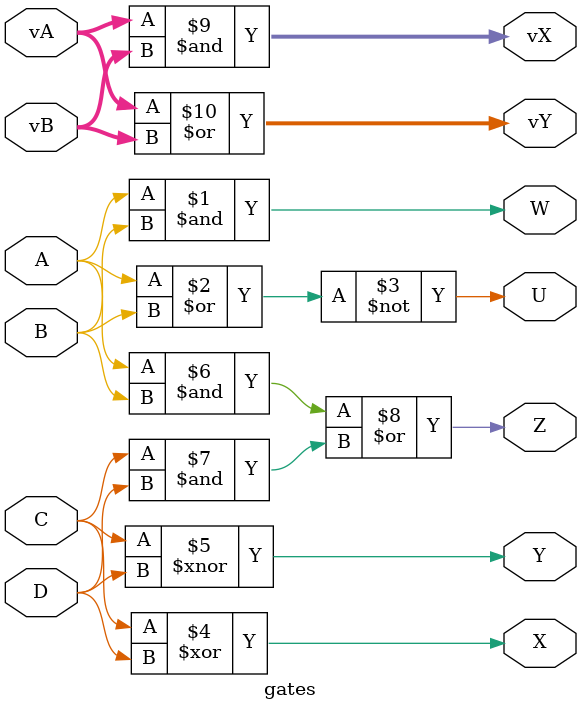
<source format=v>

module gates (						//module and name
	input A, B, C, D,
	input [3:0] vA, vB,
	output W, U, X, Y, Z,
	output [3:0] vX, vY);
	
	assign W = A & B;				//scalar AND gate
	assign U = ~(A | B);			//scalar NOR gate
	assign X = C ^ D;				//scalar XOR gate
	assign Y = C ~^ D;				//scalar XNOR gate
	assign Z = (A & B) | (C & D);	// AND-OR Gates
	assign vX = vA & vB;			//vector bitwise AND
	assign vY = vA | vB;			//vector bitwise OR

endmodule
	
</source>
